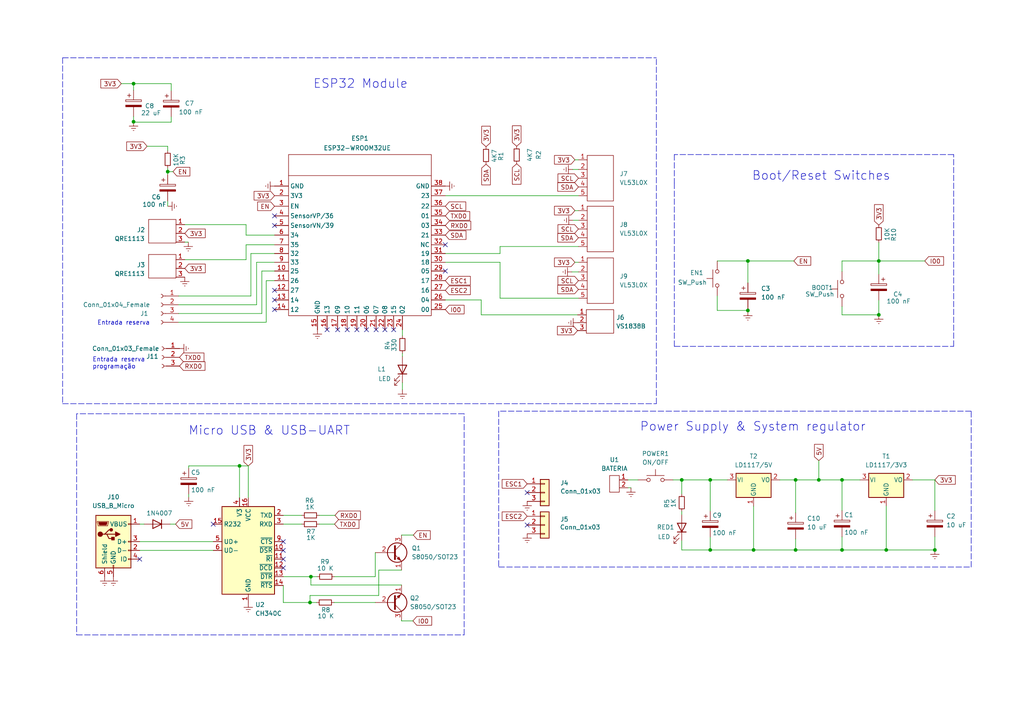
<source format=kicad_sch>
(kicad_sch (version 20211123) (generator eeschema)
  (paper "A4")
  (lib_symbols
    (symbol "BATERIA_1"
      (property "Reference" "U" (at -3.7084 4.4704 0))
      (property "Value" "BATERIA_1" (at -3.8608 2.6924 0))
      (symbol "BATERIA_1_0_1"
        (rectangle (start -5.3086 1.524) (end -2.4892 -3.302))
      )
      (symbol "BATERIA_1_1_1"
        (pin output line (at 0 0.254 180) (length 2.5) (name "") (number "1"))
        (pin output line (at 0 -2.032 180) (length 2.5) (name "") (number "2"))
      )
    )
    (symbol "Connector:Conn_01x03_Female" (pin_names (offset 1.016) hide)
      (property "Reference" "J" (at 0 5.08 0))
      (property "Value" "Conn_01x03_Female" (at 0 -5.08 0))
      (symbol "Conn_01x03_Female_1_1"
        (arc (start 0 -2.032) (mid -0.508 -2.54) (end 0 -3.048) (stroke (width 0.1524)))
        (polyline (pts (xy -1.27 -2.54) (xy -0.508 -2.54)) (stroke (width 0.1524)))
        (polyline (pts (xy -1.27 0) (xy -0.508 0)) (stroke (width 0.1524)))
        (polyline (pts (xy -1.27 2.54) (xy -0.508 2.54)) (stroke (width 0.1524)))
        (arc (start 0 0.508) (mid -0.508 0) (end 0 -0.508) (stroke (width 0.1524)))
        (arc (start 0 3.048) (mid -0.508 2.54) (end 0 2.032) (stroke (width 0.1524)))
        (pin passive line (at -5.08 2.54 0) (length 3.81) (name "Pin_1") (number "1"))
        (pin passive line (at -5.08 0 0) (length 3.81) (name "Pin_2") (number "2"))
        (pin passive line (at -5.08 -2.54 0) (length 3.81) (name "Pin_3") (number "3"))
      )
    )
    (symbol "Connector:Conn_01x04_Female" (pin_names (offset 1.016) hide)
      (property "Reference" "J" (at 0 5.08 0))
      (property "Value" "Conn_01x04_Female" (at 0 -7.62 0))
      (symbol "Conn_01x04_Female_1_1"
        (arc (start 0 -4.572) (mid -0.508 -5.08) (end 0 -5.588) (stroke (width 0.1524)))
        (arc (start 0 -2.032) (mid -0.508 -2.54) (end 0 -3.048) (stroke (width 0.1524)))
        (polyline (pts (xy -1.27 -5.08) (xy -0.508 -5.08)) (stroke (width 0.1524)))
        (polyline (pts (xy -1.27 -2.54) (xy -0.508 -2.54)) (stroke (width 0.1524)))
        (polyline (pts (xy -1.27 0) (xy -0.508 0)) (stroke (width 0.1524)))
        (polyline (pts (xy -1.27 2.54) (xy -0.508 2.54)) (stroke (width 0.1524)))
        (arc (start 0 0.508) (mid -0.508 0) (end 0 -0.508) (stroke (width 0.1524)))
        (arc (start 0 3.048) (mid -0.508 2.54) (end 0 2.032) (stroke (width 0.1524)))
        (pin passive line (at -5.08 2.54 0) (length 3.81) (name "Pin_1") (number "1"))
        (pin passive line (at -5.08 0 0) (length 3.81) (name "Pin_2") (number "2"))
        (pin passive line (at -5.08 -2.54 0) (length 3.81) (name "Pin_3") (number "3"))
        (pin passive line (at -5.08 -5.08 0) (length 3.81) (name "Pin_4") (number "4"))
      )
    )
    (symbol "Connector:USB_B_Micro" (pin_names (offset 1.016))
      (property "Reference" "J" (at -5.08 11.43 0))
      (property "Value" "USB_B_Micro" (at -5.08 8.89 0))
      (symbol "USB_B_Micro_0_1"
        (rectangle (start -5.08 -7.62) (end 5.08 7.62) (stroke (width 0.254)) (fill (type background)))
        (circle (center -3.81 2.159) (radius 0.635) (stroke (width 0.254)) (fill (type outline)))
        (circle (center -0.635 3.429) (radius 0.381) (stroke (width 0.254)) (fill (type outline)))
        (rectangle (start -0.127 -7.62) (end 0.127 -6.858))
        (polyline (pts (xy -1.905 2.159) (xy 0.635 2.159)) (stroke (width 0.254)))
        (polyline (pts (xy -3.175 2.159) (xy -2.54 2.159) (xy -1.27 3.429) (xy -0.635 3.429)) (stroke (width 0.254)))
        (polyline (pts (xy -2.54 2.159) (xy -1.905 2.159) (xy -1.27 0.889) (xy 0 0.889)) (stroke (width 0.254)))
        (polyline (pts (xy 0.635 2.794) (xy 0.635 1.524) (xy 1.905 2.159) (xy 0.635 2.794)) (stroke (width 0.254)) (fill (type outline)))
        (polyline (pts (xy -4.318 5.588) (xy -1.778 5.588) (xy -2.032 4.826) (xy -4.064 4.826) (xy -4.318 5.588)) (fill (type outline)))
        (polyline (pts (xy -4.699 5.842) (xy -4.699 5.588) (xy -4.445 4.826) (xy -4.445 4.572) (xy -1.651 4.572) (xy -1.651 4.826) (xy -1.397 5.588) (xy -1.397 5.842) (xy -4.699 5.842)))
        (rectangle (start 0.254 1.27) (end -0.508 0.508) (stroke (width 0.254)) (fill (type outline)))
        (rectangle (start 5.08 -5.207) (end 4.318 -4.953))
        (rectangle (start 5.08 -2.667) (end 4.318 -2.413))
        (rectangle (start 5.08 -0.127) (end 4.318 0.127))
        (rectangle (start 5.08 4.953) (end 4.318 5.207))
      )
      (symbol "USB_B_Micro_1_1"
        (pin power_out line (at 7.62 5.08 180) (length 2.54) (name "VBUS") (number "1"))
        (pin bidirectional line (at 7.62 -2.54 180) (length 2.54) (name "D-") (number "2"))
        (pin bidirectional line (at 7.62 0 180) (length 2.54) (name "D+") (number "3"))
        (pin passive line (at 7.62 -5.08 180) (length 2.54) (name "ID") (number "4"))
        (pin power_out line (at 0 -10.16 90) (length 2.54) (name "GND") (number "5"))
        (pin passive line (at -2.54 -10.16 90) (length 2.54) (name "Shield") (number "6"))
      )
    )
    (symbol "Connector_Generic:Conn_01x03" (pin_names (offset 1.016) hide)
      (property "Reference" "J" (at 0 5.08 0))
      (property "Value" "Conn_01x03" (at 0 -5.08 0))
      (symbol "Conn_01x03_1_1"
        (rectangle (start -1.27 -2.413) (end 0 -2.667) (stroke (width 0.1524)))
        (rectangle (start -1.27 0.127) (end 0 -0.127) (stroke (width 0.1524)))
        (rectangle (start -1.27 2.667) (end 0 2.413) (stroke (width 0.1524)))
        (rectangle (start -1.27 3.81) (end 1.27 -3.81) (stroke (width 0.254)) (fill (type background)))
        (pin passive line (at -5.08 2.54 0) (length 3.81) (name "Pin_1") (number "1"))
        (pin passive line (at -5.08 0 0) (length 3.81) (name "Pin_2") (number "2"))
        (pin passive line (at -5.08 -2.54 0) (length 3.81) (name "Pin_3") (number "3"))
      )
    )
    (symbol "Device:C_Polarized" (pin_numbers hide) (pin_names (offset 0.254))
      (property "Reference" "C" (at 0.635 2.54 0))
      (property "Value" "C_Polarized" (at 0.635 -2.54 0))
      (symbol "C_Polarized_0_1"
        (rectangle (start -2.286 0.508) (end 2.286 1.016))
        (polyline (pts (xy -1.778 2.286) (xy -0.762 2.286)))
        (polyline (pts (xy -1.27 2.794) (xy -1.27 1.778)))
        (rectangle (start 2.286 -0.508) (end -2.286 -1.016) (fill (type outline)))
      )
      (symbol "C_Polarized_1_1"
        (pin passive line (at 0 3.81 270) (length 2.794) (name "~") (number "1"))
        (pin passive line (at 0 -3.81 90) (length 2.794) (name "~") (number "2"))
      )
    )
    (symbol "Device:LED" (pin_numbers hide) (pin_names (offset 1.016) hide)
      (property "Reference" "D" (at 0 2.54 0))
      (property "Value" "LED" (at 0 -2.54 0))
      (symbol "LED_0_1"
        (polyline (pts (xy -1.27 -1.27) (xy -1.27 1.27)) (stroke (width 0.254)))
        (polyline (pts (xy -1.27 0) (xy 1.27 0)))
        (polyline (pts (xy 1.27 -1.27) (xy 1.27 1.27) (xy -1.27 0) (xy 1.27 -1.27)) (stroke (width 0.254)))
        (polyline (pts (xy -3.048 -0.762) (xy -4.572 -2.286) (xy -3.81 -2.286) (xy -4.572 -2.286) (xy -4.572 -1.524)))
        (polyline (pts (xy -1.778 -0.762) (xy -3.302 -2.286) (xy -2.54 -2.286) (xy -3.302 -2.286) (xy -3.302 -1.524)))
      )
      (symbol "LED_1_1"
        (pin passive line (at -3.81 0 0) (length 2.54) (name "K") (number "1"))
        (pin passive line (at 3.81 0 180) (length 2.54) (name "A") (number "2"))
      )
    )
    (symbol "Device:R_Small" (pin_numbers hide) (pin_names (offset 0.254) hide)
      (property "Reference" "R" (at 0.762 0.508 0))
      (property "Value" "R_Small" (at 0.762 -1.016 0))
      (symbol "R_Small_0_1"
        (rectangle (start -0.762 1.778) (end 0.762 -1.778) (stroke (width 0.2032)))
      )
      (symbol "R_Small_1_1"
        (pin passive line (at 0 2.54 270) (length 0.762) (name "~") (number "1"))
        (pin passive line (at 0 -2.54 90) (length 0.762) (name "~") (number "2"))
      )
    )
    (symbol "Diode:1N4007" (pin_numbers hide) (pin_names (offset 1.016) hide)
      (property "Reference" "D" (at 0 2.54 0))
      (property "Value" "1N4007" (at 0 -2.54 0))
      (symbol "1N4007_0_1"
        (polyline (pts (xy -1.27 1.27) (xy -1.27 -1.27)) (stroke (width 0.254)))
        (polyline (pts (xy 1.27 0) (xy -1.27 0)))
        (polyline (pts (xy 1.27 1.27) (xy 1.27 -1.27) (xy -1.27 0) (xy 1.27 1.27)) (stroke (width 0.254)))
      )
      (symbol "1N4007_1_1"
        (pin passive line (at -3.81 0 0) (length 2.54) (name "K") (number "1"))
        (pin passive line (at 3.81 0 180) (length 2.54) (name "A") (number "2"))
      )
    )
    (symbol "Interface_USB:CH340C"
      (property "Reference" "U" (at -5.08 13.97 0))
      (property "Value" "CH340C" (at 1.27 13.97 0))
      (symbol "CH340C_0_1"
        (rectangle (start -7.62 12.7) (end 7.62 -12.7) (stroke (width 0.254)) (fill (type background)))
      )
      (symbol "CH340C_1_1"
        (pin power_in line (at 0 -15.24 90) (length 2.54) (name "GND") (number "1"))
        (pin input line (at 10.16 0 180) (length 2.54) (name "~{DSR}") (number "10"))
        (pin input line (at 10.16 -2.54 180) (length 2.54) (name "~{RI}") (number "11"))
        (pin input line (at 10.16 -5.08 180) (length 2.54) (name "~{DCD}") (number "12"))
        (pin output line (at 10.16 -7.62 180) (length 2.54) (name "~{DTR}") (number "13"))
        (pin output line (at 10.16 -10.16 180) (length 2.54) (name "~{RTS}") (number "14"))
        (pin input line (at -10.16 7.62 0) (length 2.54) (name "R232") (number "15"))
        (pin power_in line (at 0 15.24 270) (length 2.54) (name "VCC") (number "16"))
        (pin output line (at 10.16 10.16 180) (length 2.54) (name "TXD") (number "2"))
        (pin input line (at 10.16 7.62 180) (length 2.54) (name "RXD") (number "3"))
        (pin passive line (at -2.54 15.24 270) (length 2.54) (name "V3") (number "4"))
        (pin bidirectional line (at -10.16 2.54 0) (length 2.54) (name "UD+") (number "5"))
        (pin bidirectional line (at -10.16 0 0) (length 2.54) (name "UD-") (number "6"))
        (pin no_connect line (at -7.62 -7.62 0) (length 2.54) hide (name "NC") (number "7"))
        (pin no_connect line (at -7.62 -10.16 0) (length 2.54) hide (name "NC") (number "8"))
        (pin input line (at 10.16 2.54 180) (length 2.54) (name "~{CTS}") (number "9"))
      )
    )
    (symbol "New_Library:VL53L0X"
      (property "Reference" "J" (at -0.127 2.032 0))
      (property "Value" "VL53L0X" (at -0.0254 0.1524 0))
      (symbol "VL53L0X_0_1"
        (rectangle (start -3.81 -1.016) (end 3.81 -14.224))
      )
      (symbol "VL53L0X_1_1"
        (pin output line (at -6.35 -2.286 0) (length 2.54) (name "") (number "1"))
        (pin output line (at -6.35 -5.08 0) (length 2.54) (name "") (number "2"))
        (pin output line (at -6.35 -7.62 0) (length 2.54) (name "") (number "3"))
        (pin output line (at -6.35 -10.16 0) (length 2.54) (name "") (number "4"))
        (pin output line (at -6.35 -12.7 0) (length 2.54) (name "") (number "5"))
      )
    )
    (symbol "QRE1113*_1"
      (property "Reference" "J" (at 6.1722 6.7818 0))
      (property "Value" "QRE1113*_1" (at 6.35 4.8514 0))
      (symbol "QRE1113*_1_0_1"
        (rectangle (start 2.54 3.7846) (end 10.4902 -3.048))
      )
      (symbol "QRE1113*_1_1_1"
        (pin output line (at 0 2.286 0) (length 2.54) (name "") (number "1"))
        (pin output line (at 0 -0.254 0) (length 2.54) (name "") (number "2"))
        (pin output line (at 0 -2.794 0) (length 2.54) (name "") (number "3"))
      )
    )
    (symbol "Regulator_Linear:LD1117S33TR_SOT223" (pin_names (offset 0.254))
      (property "Reference" "U" (at -3.81 3.175 0))
      (property "Value" "LD1117S33TR_SOT223" (at 0 3.175 0))
      (symbol "LD1117S33TR_SOT223_0_1"
        (rectangle (start -5.08 -5.08) (end 5.08 1.905) (stroke (width 0.254)) (fill (type background)))
      )
      (symbol "LD1117S33TR_SOT223_1_1"
        (pin power_in line (at 0 -7.62 90) (length 2.54) (name "GND") (number "1"))
        (pin power_out line (at 7.62 0 180) (length 2.54) (name "VO") (number "2"))
        (pin power_in line (at -7.62 0 0) (length 2.54) (name "VI") (number "3"))
      )
    )
    (symbol "Regulator_Linear:LD1117S50TR_SOT223" (pin_names (offset 0.254))
      (property "Reference" "U" (at -3.81 3.175 0))
      (property "Value" "LD1117S50TR_SOT223" (at 0 3.175 0))
      (symbol "LD1117S50TR_SOT223_0_1"
        (rectangle (start -5.08 -5.08) (end 5.08 1.905) (stroke (width 0.254)) (fill (type background)))
      )
      (symbol "LD1117S50TR_SOT223_1_1"
        (pin power_in line (at 0 -7.62 90) (length 2.54) (name "GND") (number "1"))
        (pin power_out line (at 7.62 0 180) (length 2.54) (name "VO") (number "2"))
        (pin power_in line (at -7.62 0 0) (length 2.54) (name "VI") (number "3"))
      )
    )
    (symbol "Switch:SW_Push" (pin_numbers hide) (pin_names (offset 1.016) hide)
      (property "Reference" "SW" (at 1.27 2.54 0))
      (property "Value" "SW_Push" (at 0 -1.524 0))
      (symbol "SW_Push_0_1"
        (circle (center -2.032 0) (radius 0.508))
        (polyline (pts (xy 0 1.27) (xy 0 3.048)))
        (polyline (pts (xy 2.54 1.27) (xy -2.54 1.27)))
        (circle (center 2.032 0) (radius 0.508))
        (pin passive line (at -5.08 0 0) (length 2.54) (name "1") (number "1"))
        (pin passive line (at 5.08 0 180) (length 2.54) (name "2") (number "2"))
      )
    )
    (symbol "Transistor_BJT:S8050" (pin_names (offset 0) hide)
      (property "Reference" "Q" (at 5.08 1.905 0))
      (property "Value" "S8050" (at 5.08 0 0))
      (symbol "S8050_0_1"
        (polyline (pts (xy 0 0) (xy 0.635 0)))
        (polyline (pts (xy 0.635 0.635) (xy 2.54 2.54)))
        (polyline (pts (xy 0.635 -0.635) (xy 2.54 -2.54) (xy 2.54 -2.54)))
        (polyline (pts (xy 0.635 1.905) (xy 0.635 -1.905) (xy 0.635 -1.905)) (stroke (width 0.508)))
        (polyline (pts (xy 1.27 -1.778) (xy 1.778 -1.27) (xy 2.286 -2.286) (xy 1.27 -1.778) (xy 1.27 -1.778)) (fill (type outline)))
        (circle (center 1.27 0) (radius 2.8194) (stroke (width 0.254)))
      )
      (symbol "S8050_1_1"
        (pin passive line (at 2.54 -5.08 90) (length 2.54) (name "E") (number "1"))
        (pin input line (at -5.08 0 0) (length 5.08) (name "B") (number "2"))
        (pin passive line (at 2.54 5.08 270) (length 2.54) (name "C") (number "3"))
      )
    )
    (symbol "VS1838B_1"
      (property "Reference" "J" (at 6.1722 6.7818 0))
      (property "Value" "VS1838B_1" (at 6.35 4.8514 0))
      (symbol "VS1838B_1_0_1"
        (rectangle (start 2.54 3.7846) (end 10.4902 -3.048))
      )
      (symbol "VS1838B_1_1_1"
        (pin output line (at 0 2.286 0) (length 2.54) (name "") (number "1"))
        (pin output line (at 0 0 0) (length 2.54) (name "") (number "2"))
        (pin output line (at 0 -2.286 0) (length 2.54) (name "") (number "3"))
      )
    )
    (symbol "espSMD:ESP32-WROOM­32UE"
      (property "Reference" "ESP1" (at 0.635 1.651 0))
      (property "Value" "ESP32-WROOM­32UE" (at -0.127 -1.143 0))
      (symbol "ESP32-WROOM­32UE_0_0"
        (text "" (at -12.7 -13.208 0) (effects (font (size 1.27 1.27))))
      )
      (symbol "ESP32-WROOM­32UE_0_1"
        (rectangle (start -20.066 -3.048) (end 21.336 -49.784))
        (polyline (pts (xy -20.066 -9.144) (xy 21.336 -9.144)))
      )
      (symbol "ESP32-WROOM­32UE_1_1"
        (pin output line (at -24.13 -12.192 0) (length 4) (name "GND") (number "1"))
        (pin output line (at -24.13 -36.83 0) (length 4) (name "25") (number "10"))
        (pin output line (at -24.13 -39.624 0) (length 4) (name "26") (number "11"))
        (pin output line (at -24.13 -42.418 0) (length 4) (name "27") (number "12"))
        (pin output line (at -24.13 -45.212 0) (length 4) (name "14") (number "13"))
        (pin output line (at -24.13 -48.006 0) (length 4) (name "12") (number "14"))
        (pin output line (at -11.684 -53.848 90) (length 4) (name "GND") (number "15"))
        (pin output line (at -8.89 -53.848 90) (length 4) (name "13") (number "16"))
        (pin output line (at -5.842 -53.848 90) (length 4) (name "09") (number "17"))
        (pin output line (at -3.048 -53.848 90) (length 4) (name "10") (number "18"))
        (pin output line (at -0.254 -53.848 90) (length 4) (name "11") (number "19"))
        (pin output line (at -24.13 -14.986 0) (length 4) (name "3V3") (number "2"))
        (pin output line (at 2.54 -53.848 90) (length 4) (name "06") (number "20"))
        (pin output line (at 5.334 -53.848 90) (length 4) (name "07") (number "21"))
        (pin output line (at 7.874 -53.848 90) (length 4) (name "08") (number "22"))
        (pin output line (at 10.414 -53.848 90) (length 4) (name "15") (number "23"))
        (pin output line (at 12.954 -53.848 90) (length 4) (name "02") (number "24"))
        (pin output line (at 25.4 -48.006 180) (length 4) (name "00") (number "25"))
        (pin output line (at 25.4 -45.212 180) (length 4) (name "04") (number "26"))
        (pin output line (at 25.4 -42.418 180) (length 4) (name "16") (number "27"))
        (pin output line (at 25.4 -39.624 180) (length 4) (name "17") (number "28"))
        (pin output line (at 25.4 -36.83 180) (length 4) (name "05") (number "29"))
        (pin output line (at -24.13 -18.034 0) (length 4) (name "EN") (number "3"))
        (pin output line (at 25.4 -34.29 180) (length 4) (name "18") (number "30"))
        (pin output line (at 25.4 -31.75 180) (length 4) (name "19") (number "31"))
        (pin output line (at 25.4 -29.21 180) (length 4) (name "NC") (number "32"))
        (pin output line (at 25.4 -26.416 180) (length 4) (name "21") (number "33"))
        (pin output line (at 25.4 -23.622 180) (length 4) (name "03") (number "34"))
        (pin output line (at 25.4 -20.828 180) (length 4) (name "01") (number "35"))
        (pin output line (at 25.4 -18.034 180) (length 4) (name "22") (number "36"))
        (pin output line (at 25.4 -14.986 180) (length 4) (name "23") (number "37"))
        (pin output line (at 25.4 -12.192 180) (length 4) (name "GND") (number "38"))
        (pin output line (at -24.13 -20.828 0) (length 4) (name "SensorVP/36") (number "4"))
        (pin output line (at -24.13 -23.622 0) (length 4) (name "SensorVN/39") (number "5"))
        (pin output line (at -24.13 -26.416 0) (length 4) (name "34") (number "6"))
        (pin output line (at -24.13 -29.21 0) (length 4) (name "35") (number "7"))
        (pin output line (at -24.13 -31.75 0) (length 4) (name "32") (number "8"))
        (pin output line (at -24.13 -34.29 0) (length 4) (name "33") (number "9"))
      )
    )
    (symbol "power:GNDREF" (power) (pin_names (offset 0))
      (property "Value" "GNDREF" (at 0 -3.81 0))
      (symbol "GNDREF_0_1"
        (polyline (pts (xy -0.635 -1.905) (xy 0.635 -1.905)))
        (polyline (pts (xy -0.127 -2.54) (xy 0.127 -2.54)))
        (polyline (pts (xy 0 -1.27) (xy 0 0)))
        (polyline (pts (xy 1.27 -1.27) (xy -1.27 -1.27)))
      )
      (symbol "GNDREF_1_1"
        (pin power_in line (at 0 0 270) (length 0) hide (name "GNDREF") (number "1"))
      )
    )
  )
  (junction (at 244.221 139.192))
  (junction (at 237.49 139.192))
  (junction (at 197.739 139.192))
  (junction (at 90.17 167.259))
  (junction (at 218.567 159.512))
  (junction (at 216.916 90.043))
  (junction (at 230.759 159.512))
  (junction (at 254.889 75.692))
  (junction (at 69.469 135.128))
  (junction (at 205.994 139.192))
  (junction (at 38.735 35.306))
  (junction (at 254.889 91.313))
  (junction (at 205.994 159.512))
  (junction (at 271.145 159.512))
  (junction (at 38.735 24.257))
  (junction (at 230.759 139.192))
  (junction (at 244.221 159.512))
  (junction (at 48.641 49.784))
  (junction (at 216.916 75.692))
  (junction (at 257.048 159.512))
  (junction (at 89.916 174.752))
  (no_connect (at 129.159 70.993))
  (no_connect (at 79.629 89.789))
  (no_connect (at 79.629 86.995))
  (no_connect (at 79.629 84.201))
  (no_connect (at 79.629 65.405))
  (no_connect (at 79.629 62.611))
  (no_connect (at 129.159 78.613))
  (no_connect (at 106.299 95.631))
  (no_connect (at 109.093 95.631))
  (no_connect (at 111.633 95.631))
  (no_connect (at 114.173 95.631))
  (no_connect (at 94.869 95.631))
  (no_connect (at 97.917 95.631))
  (no_connect (at 103.505 95.631))
  (no_connect (at 100.711 95.631))
  (no_connect (at 82.169 157.099))
  (no_connect (at 82.169 159.639))
  (no_connect (at 82.169 162.179))
  (no_connect (at 82.169 164.719))
  (no_connect (at 40.513 162.179))
  (no_connect (at 152.908 152.273))
  (no_connect (at 152.908 142.875))
  (no_connect (at 61.849 152.019))
  (wire (pts (xy 254.889 87.122) (xy 254.889 91.313)))
  (wire (pts (xy 254.889 75.692) (xy 254.889 79.502)))
  (wire (pts (xy 108.839 167.259) (xy 97.028 167.259)))
  (wire (pts (xy 54.737 135.128) (xy 54.737 135.763)))
  (wire (pts (xy 50.927 152.019) (xy 49.403 152.019)))
  (wire (pts (xy 197.739 159.512) (xy 205.994 159.512)))
  (wire (pts (xy 208.026 85.852) (xy 208.026 90.043)))
  (wire (pts (xy 82.169 167.259) (xy 90.17 167.259)))
  (wire (pts (xy 257.048 146.812) (xy 257.048 159.512)))
  (wire (pts (xy 74.422 76.073) (xy 79.629 76.073)))
  (wire (pts (xy 82.169 174.752) (xy 82.169 169.799)))
  (wire (pts (xy 254.889 75.692) (xy 244.221 75.692)))
  (wire (pts (xy 129.159 73.533) (xy 145.034 73.533)))
  (wire (pts (xy 89.916 174.752) (xy 91.821 174.752)))
  (polyline (pts (xy 281.686 119.253) (xy 144.653 119.253)))
  (wire (pts (xy 205.994 139.192) (xy 210.947 139.192)))
  (wire (pts (xy 195.199 139.192) (xy 197.739 139.192)))
  (wire (pts (xy 71.374 68.199) (xy 71.374 65.151)))
  (wire (pts (xy 244.221 91.313) (xy 244.221 88.9)))
  (wire (pts (xy 48.641 49.784) (xy 50.165 49.784)))
  (wire (pts (xy 216.916 75.692) (xy 230.251 75.692)))
  (wire (pts (xy 145.034 86.487) (xy 145.034 76.073)))
  (wire (pts (xy 129.159 86.995) (xy 139.573 86.995)))
  (wire (pts (xy 108.839 160.274) (xy 108.839 167.259)))
  (wire (pts (xy 244.221 159.512) (xy 257.048 159.512)))
  (wire (pts (xy 226.187 139.192) (xy 230.759 139.192)))
  (polyline (pts (xy 276.606 100.457) (xy 276.606 44.831)))
  (wire (pts (xy 72.009 135.128) (xy 72.009 144.399)))
  (wire (pts (xy 244.221 139.192) (xy 249.428 139.192)))
  (wire (pts (xy 116.459 155.194) (xy 119.888 155.194)))
  (wire (pts (xy 166.751 61.087) (xy 167.767 61.087)))
  (wire (pts (xy 89.916 172.72) (xy 89.916 174.752)))
  (wire (pts (xy 205.994 155.829) (xy 205.994 159.512)))
  (wire (pts (xy 90.17 167.259) (xy 91.948 167.259)))
  (polyline (pts (xy 18.161 16.764) (xy 190.373 16.764)))
  (wire (pts (xy 116.459 180.086) (xy 119.761 180.086)))
  (wire (pts (xy 49.657 24.257) (xy 49.657 26.289)))
  (wire (pts (xy 90.17 169.672) (xy 90.17 167.259)))
  (wire (pts (xy 230.759 139.192) (xy 230.759 148.717)))
  (wire (pts (xy 271.145 139.192) (xy 271.145 148.082)))
  (wire (pts (xy 92.583 149.479) (xy 97.155 149.479)))
  (wire (pts (xy 48.641 42.418) (xy 48.641 43.688)))
  (wire (pts (xy 116.459 165.354) (xy 109.855 165.354)))
  (wire (pts (xy 75.946 90.932) (xy 75.946 78.613)))
  (wire (pts (xy 166.751 76.073) (xy 167.767 76.073)))
  (wire (pts (xy 264.668 139.192) (xy 271.145 139.192)))
  (wire (pts (xy 182.118 139.192) (xy 185.039 139.192)))
  (wire (pts (xy 166.116 49.149) (xy 167.767 49.149)))
  (wire (pts (xy 197.739 139.192) (xy 205.994 139.192)))
  (wire (pts (xy 41.783 152.019) (xy 40.513 152.019)))
  (wire (pts (xy 71.374 70.993) (xy 71.374 75.311)))
  (wire (pts (xy 71.374 65.151) (xy 53.594 65.151)))
  (wire (pts (xy 271.145 155.702) (xy 271.145 159.512)))
  (wire (pts (xy 116.459 169.672) (xy 90.17 169.672)))
  (wire (pts (xy 61.849 157.099) (xy 40.513 157.099)))
  (wire (pts (xy 74.422 88.392) (xy 74.422 76.073)))
  (polyline (pts (xy 190.373 117.094) (xy 190.373 16.764)))
  (wire (pts (xy 230.759 139.192) (xy 237.49 139.192)))
  (wire (pts (xy 218.567 146.812) (xy 218.567 159.512)))
  (wire (pts (xy 165.862 78.867) (xy 167.767 78.867)))
  (wire (pts (xy 139.573 91.313) (xy 167.513 91.313)))
  (wire (pts (xy 182.118 141.478) (xy 183.007 141.478)))
  (wire (pts (xy 38.735 35.306) (xy 38.735 35.433)))
  (polyline (pts (xy 195.58 100.457) (xy 276.606 100.457)))
  (wire (pts (xy 116.713 97.409) (xy 116.713 95.631)))
  (wire (pts (xy 92.583 152.019) (xy 97.028 152.019)))
  (wire (pts (xy 38.735 24.257) (xy 49.657 24.257)))
  (wire (pts (xy 116.713 110.998) (xy 116.713 113.03)))
  (polyline (pts (xy 281.686 164.465) (xy 281.686 119.253)))
  (wire (pts (xy 61.849 159.639) (xy 40.513 159.639)))
  (wire (pts (xy 230.759 159.512) (xy 244.221 159.512)))
  (polyline (pts (xy 195.58 44.831) (xy 195.58 53.086)))
  (wire (pts (xy 69.469 144.399) (xy 69.469 135.128)))
  (wire (pts (xy 254.889 70.358) (xy 254.889 75.692)))
  (wire (pts (xy 116.459 179.832) (xy 116.459 180.086)))
  (wire (pts (xy 129.159 56.769) (xy 167.767 56.769)))
  (wire (pts (xy 197.739 143.256) (xy 197.739 139.192)))
  (wire (pts (xy 167.767 86.487) (xy 145.034 86.487)))
  (polyline (pts (xy 22.225 120.015) (xy 22.225 122.174)))
  (wire (pts (xy 54.737 135.128) (xy 69.469 135.128)))
  (wire (pts (xy 77.216 93.472) (xy 77.216 81.407)))
  (wire (pts (xy 48.641 48.768) (xy 48.641 49.784)))
  (wire (pts (xy 257.048 159.512) (xy 271.145 159.512)))
  (wire (pts (xy 42.672 42.418) (xy 48.641 42.418)))
  (wire (pts (xy 109.855 165.354) (xy 109.855 172.72)))
  (wire (pts (xy 79.629 70.993) (xy 71.374 70.993)))
  (wire (pts (xy 82.169 174.752) (xy 89.916 174.752)))
  (wire (pts (xy 96.901 174.752) (xy 108.839 174.752)))
  (wire (pts (xy 166.751 46.355) (xy 167.767 46.355)))
  (wire (pts (xy 38.735 33.782) (xy 38.735 35.306)))
  (wire (pts (xy 48.641 59.817) (xy 48.641 58.293)))
  (polyline (pts (xy 22.225 184.15) (xy 134.62 184.15)))
  (polyline (pts (xy 144.653 164.465) (xy 281.686 164.465)))
  (wire (pts (xy 53.594 70.231) (xy 54.61 70.231)))
  (wire (pts (xy 254.889 75.692) (xy 268.224 75.692)))
  (wire (pts (xy 237.49 139.192) (xy 244.221 139.192)))
  (wire (pts (xy 244.221 159.512) (xy 244.221 155.702)))
  (polyline (pts (xy 195.58 53.086) (xy 195.58 100.457)))
  (wire (pts (xy 244.221 139.192) (xy 244.221 148.082)))
  (wire (pts (xy 72.771 73.533) (xy 79.629 73.533)))
  (wire (pts (xy 205.994 139.192) (xy 205.994 148.209)))
  (wire (pts (xy 79.629 68.199) (xy 71.374 68.199)))
  (wire (pts (xy 49.657 35.433) (xy 49.657 33.909)))
  (wire (pts (xy 244.221 75.692) (xy 244.221 78.74)))
  (polyline (pts (xy 144.653 125.984) (xy 144.653 164.465)))
  (polyline (pts (xy 134.62 184.15) (xy 134.62 120.015)))
  (wire (pts (xy 216.916 90.297) (xy 216.916 90.043)))
  (wire (pts (xy 35.179 24.257) (xy 38.735 24.257)))
  (wire (pts (xy 237.49 133.604) (xy 237.49 139.192)))
  (wire (pts (xy 75.946 78.613) (xy 79.629 78.613)))
  (wire (pts (xy 166.243 63.881) (xy 167.767 63.881)))
  (wire (pts (xy 197.739 148.336) (xy 197.739 149.225)))
  (polyline (pts (xy 276.606 44.831) (xy 195.58 44.831)))
  (wire (pts (xy 216.916 90.043) (xy 216.916 89.662)))
  (wire (pts (xy 51.816 88.392) (xy 74.422 88.392)))
  (wire (pts (xy 116.713 102.489) (xy 116.713 103.378)))
  (wire (pts (xy 72.771 85.852) (xy 72.771 73.533)))
  (wire (pts (xy 54.737 144.145) (xy 54.737 143.383)))
  (wire (pts (xy 51.816 90.932) (xy 75.946 90.932)))
  (wire (pts (xy 38.735 35.433) (xy 49.657 35.433)))
  (polyline (pts (xy 18.161 117.094) (xy 190.373 117.094)))
  (polyline (pts (xy 134.62 120.015) (xy 22.225 120.015)))
  (wire (pts (xy 69.469 135.128) (xy 72.009 135.128)))
  (polyline (pts (xy 18.161 16.764) (xy 18.161 117.094)))
  (wire (pts (xy 51.816 93.472) (xy 77.216 93.472)))
  (wire (pts (xy 208.026 90.043) (xy 216.916 90.043)))
  (wire (pts (xy 254.889 91.313) (xy 244.221 91.313)))
  (wire (pts (xy 82.169 152.019) (xy 87.503 152.019)))
  (wire (pts (xy 216.916 75.692) (xy 216.916 82.042)))
  (polyline (pts (xy 144.653 119.253) (xy 144.653 126.238)))
  (wire (pts (xy 145.034 71.501) (xy 145.034 73.533)))
  (wire (pts (xy 139.573 86.995) (xy 139.573 91.313)))
  (wire (pts (xy 145.034 71.501) (xy 167.767 71.501)))
  (wire (pts (xy 77.216 81.407) (xy 79.629 81.407)))
  (wire (pts (xy 53.594 75.311) (xy 71.374 75.311)))
  (wire (pts (xy 82.169 149.479) (xy 87.503 149.479)))
  (wire (pts (xy 51.816 85.852) (xy 72.771 85.852)))
  (polyline (pts (xy 22.225 122.174) (xy 22.225 184.15)))
  (wire (pts (xy 218.567 159.512) (xy 230.759 159.512)))
  (wire (pts (xy 197.739 156.845) (xy 197.739 159.512)))
  (wire (pts (xy 109.855 172.72) (xy 89.916 172.72)))
  (wire (pts (xy 230.759 156.337) (xy 230.759 159.512)))
  (wire (pts (xy 205.994 159.512) (xy 218.567 159.512)))
  (wire (pts (xy 145.034 76.073) (xy 129.159 76.073)))
  (wire (pts (xy 208.026 75.692) (xy 216.916 75.692)))
  (wire (pts (xy 48.641 49.784) (xy 48.641 50.673)))
  (wire (pts (xy 38.735 24.257) (xy 38.735 26.162)))
  (text "Entrada reserva" (at 28.194 94.488 0) (effects (font (size 1.27 1.27)) (justify left bottom)))
  (text "Micro USB & USB-UART\n" (at 54.61 126.492 0) (effects (font (size 2.54 2.54)) (justify left bottom)))
  (text "Boot/Reset Switches" (at 218.059 52.578 0) (effects (font (size 2.54 2.54)) (justify left bottom)))
  (text "Entrada reserva \nprogramação" (at 26.797 107.188 0) (effects (font (size 1.27 1.27)) (justify left bottom)))
  (text "ESP32 Module\n" (at 90.805 25.908 0) (effects (font (size 2.54 2.54)) (justify left bottom)))
  (text "Power Supply & System regulator\n" (at 185.547 125.349 0) (effects (font (size 2.54 2.54)) (justify left bottom)))
  (global_label "SDA" (shape input) (at 129.159 68.199 0) (property "Intersheet References" "${INTERSHEET_REFS}" (effects hide)))
  (global_label "I00" (shape input) (at 268.224 75.692 0) (property "Intersheet References" "${INTERSHEET_REFS}" (effects hide)))
  (global_label "3V3" (shape input) (at 53.594 67.691 0) (property "Intersheet References" "${INTERSHEET_REFS}" (effects hide)))
  (global_label "SCL" (shape input) (at 167.767 51.689 180) (property "Intersheet References" "${INTERSHEET_REFS}" (effects hide)))
  (global_label "ESC1" (shape input) (at 152.908 140.335 180) (property "Intersheet References" "${INTERSHEET_REFS}" (effects hide)))
  (global_label "3V3" (shape input) (at 35.179 24.257 180) (property "Intersheet References" "${INTERSHEET_REFS}" (effects hide)))
  (global_label "I00" (shape input) (at 119.761 180.086 0) (property "Intersheet References" "${INTERSHEET_REFS}" (effects hide)))
  (global_label "EN" (shape input) (at 79.629 59.817 180) (property "Intersheet References" "${INTERSHEET_REFS}" (effects hide)))
  (global_label "ESC1" (shape input) (at 129.159 81.407 0) (property "Intersheet References" "${INTERSHEET_REFS}" (effects hide)))
  (global_label "3V3" (shape input) (at 271.145 139.192 0) (property "Intersheet References" "${INTERSHEET_REFS}" (effects hide)))
  (global_label "3V3" (shape input) (at 149.86 42.418 90) (property "Intersheet References" "${INTERSHEET_REFS}" (effects hide)))
  (global_label "5V" (shape input) (at 50.927 152.019 0) (property "Intersheet References" "${INTERSHEET_REFS}" (effects hide)))
  (global_label "3V3" (shape input) (at 42.672 42.418 180) (property "Intersheet References" "${INTERSHEET_REFS}" (effects hide)))
  (global_label "RXD0" (shape input) (at 52.07 106.172 0) (property "Intersheet References" "${INTERSHEET_REFS}" (effects hide)))
  (global_label "SDA" (shape input) (at 167.767 68.961 180) (property "Intersheet References" "${INTERSHEET_REFS}" (effects hide)))
  (global_label "TXD0" (shape input) (at 52.07 103.632 0) (property "Intersheet References" "${INTERSHEET_REFS}" (effects hide)))
  (global_label "3V3" (shape input) (at 72.009 135.128 90) (property "Intersheet References" "${INTERSHEET_REFS}" (effects hide)))
  (global_label "3V3" (shape input) (at 254.889 65.278 90) (property "Intersheet References" "${INTERSHEET_REFS}" (effects hide)))
  (global_label "ESC2" (shape input) (at 129.159 84.201 0) (property "Intersheet References" "${INTERSHEET_REFS}" (effects hide)))
  (global_label "3V3" (shape input) (at 166.751 46.355 180) (property "Intersheet References" "${INTERSHEET_REFS}" (effects hide)))
  (global_label "I00" (shape input) (at 129.159 89.789 0) (property "Intersheet References" "${INTERSHEET_REFS}" (effects hide)))
  (global_label "SDA" (shape input) (at 140.97 47.625 270) (property "Intersheet References" "${INTERSHEET_REFS}" (effects hide)))
  (global_label "3V3" (shape input) (at 79.629 56.769 180) (property "Intersheet References" "${INTERSHEET_REFS}" (effects hide)))
  (global_label "3V3" (shape input) (at 140.97 42.545 90) (property "Intersheet References" "${INTERSHEET_REFS}" (effects hide)))
  (global_label "5V" (shape input) (at 237.49 133.604 90) (property "Intersheet References" "${INTERSHEET_REFS}" (effects hide)))
  (global_label "SCL" (shape input) (at 149.86 47.498 270) (property "Intersheet References" "${INTERSHEET_REFS}" (effects hide)))
  (global_label "RXD0" (shape input) (at 97.155 149.479 0) (property "Intersheet References" "${INTERSHEET_REFS}" (effects hide)))
  (global_label "3V3" (shape input) (at 167.513 95.885 180) (effects (font (size 1.25 1.25))) (property "Intersheet References" "${INTERSHEET_REFS}" (effects hide)))
  (global_label "RXD0" (shape input) (at 129.159 65.405 0) (property "Intersheet References" "${INTERSHEET_REFS}" (effects hide)))
  (global_label "TXD0" (shape input) (at 97.028 152.019 0) (property "Intersheet References" "${INTERSHEET_REFS}" (effects hide)))
  (global_label "SDA" (shape input) (at 167.767 83.947 180) (property "Intersheet References" "${INTERSHEET_REFS}" (effects hide)))
  (global_label "SDA" (shape input) (at 167.767 54.229 180) (property "Intersheet References" "${INTERSHEET_REFS}" (effects hide)))
  (global_label "EN" (shape input) (at 119.888 155.194 0) (property "Intersheet References" "${INTERSHEET_REFS}" (effects hide)))
  (global_label "3V3" (shape input) (at 166.751 76.073 180) (property "Intersheet References" "${INTERSHEET_REFS}" (effects hide)))
  (global_label "SCL" (shape input) (at 167.767 81.407 180) (property "Intersheet References" "${INTERSHEET_REFS}" (effects hide)))
  (global_label "3V3" (shape input) (at 166.751 61.087 180) (property "Intersheet References" "${INTERSHEET_REFS}" (effects hide)))
  (global_label "EN" (shape input) (at 50.165 49.784 0) (property "Intersheet References" "${INTERSHEET_REFS}" (effects hide)))
  (global_label "SCL" (shape input) (at 167.767 66.421 180) (property "Intersheet References" "${INTERSHEET_REFS}" (effects hide)))
  (global_label "EN" (shape input) (at 230.251 75.692 0) (property "Intersheet References" "${INTERSHEET_REFS}" (effects hide)))
  (global_label "TXD0" (shape input) (at 129.159 62.611 0) (property "Intersheet References" "${INTERSHEET_REFS}" (effects hide)))
  (global_label "ESC2" (shape input) (at 152.908 149.733 180) (property "Intersheet References" "${INTERSHEET_REFS}" (effects hide)))
  (global_label "SCL" (shape input) (at 129.159 59.817 0) (property "Intersheet References" "${INTERSHEET_REFS}" (effects hide)))
  (global_label "3V3" (shape input) (at 53.594 77.851 0) (property "Intersheet References" "${INTERSHEET_REFS}" (effects hide)))
  (symbol (lib_id "Device:C_Polarized") (at 38.735 29.972 0) (unit 1)
    (property "Reference" "C8" (at 42.037 30.734 0) (effects (justify left)))
    (property "Value" "22 uF" (at 40.894 32.766 0) (effects (justify left)))
    (property "Footprint" "Capacitor_SMD:C_0603_1608Metric" (effects hide))
  )
  (symbol (lib_id "Device:LED") (at 197.739 153.035 270) (mirror x) (unit 1)
    (property "Reference" "RED1" (at 190.5 152.908 90) (effects (justify left)))
    (property "Value" "LED" (at 190.754 155.702 90) (effects (justify left)))
    (property "Footprint" "LED_SMD:LED_0603_1608Metric" (effects hide))
  )
  (symbol (lib_name "VS1838B_1") (lib_id "New_Library:VS1838B") (at 167.513 93.599 0) (unit 1)
    (property "Reference" "J6" (at 179.959 92.075 0))
    (property "Value" "VS1838B" (at 183.007 94.615 0))
    (property "Footprint" "Connector_JST:JST_ZE_B03B-ZESK-1D_1x03_P1.50mm_Vertical" (effects hide))
  )
  (symbol (lib_id "Device:LED") (at 116.713 107.188 270) (mirror x) (unit 1)
    (property "Reference" "L1" (at 109.474 107.061 90) (effects (justify left)))
    (property "Value" "LED" (at 109.728 109.855 90) (effects (justify left)))
    (property "Footprint" "LED_SMD:LED_0603_1608Metric" (effects hide))
  )
  (symbol (lib_id "Device:C_Polarized") (at 49.657 30.099 0) (unit 1)
    (property "Reference" "C7" (at 53.594 29.972 0) (effects (justify left)))
    (property "Value" "100 nF" (at 51.816 32.512 0) (effects (justify left)))
    (property "Footprint" "Capacitor_SMD:C_0603_1608Metric" (effects hide))
  )
  (symbol (lib_id "power:GNDREF") (at 216.916 90.297 0) (unit 1)
    (property "Reference" "#PWR0117" (effects hide))
    (property "Value" "GNDREF" (effects hide))
  )
  (symbol (lib_id "Device:C_Polarized") (at 254.889 83.312 0) (mirror y) (unit 1)
    (property "Reference" "C4" (at 261.747 85.344 0) (effects (justify left)))
    (property "Value" "100 nF" (at 264.16 87.376 0) (effects (justify left)))
    (property "Footprint" "Capacitor_SMD:C_0603_1608Metric" (effects hide))
  )
  (symbol (lib_id "power:GNDREF") (at 92.075 95.631 0) (unit 1)
    (property "Reference" "#PWR0106" (effects hide))
    (property "Value" "GNDREF" (effects hide))
  )
  (symbol (lib_id "power:GNDREF") (at 129.159 53.975 90) (unit 1)
    (property "Reference" "#PWR0111" (effects hide))
    (property "Value" "GNDREF" (effects hide))
  )
  (symbol (lib_id "New_Library:VL53L0X") (at 174.117 44.069 0) (unit 1)
    (property "Reference" "J7" (at 179.705 50.4189 0) (effects (justify left)))
    (property "Value" "VL53L0X" (at 179.705 52.9589 0) (effects (justify left)))
    (property "Footprint" "Connector_JST:JST_PH_S5B-PH-K_1x05_P2.00mm_Horizontal" (effects hide))
  )
  (symbol (lib_id "power:GNDREF") (at 54.737 144.145 0) (unit 1)
    (property "Reference" "#PWR0102" (effects hide))
    (property "Value" "GNDREF" (effects hide))
  )
  (symbol (lib_id "power:GNDREF") (at 183.007 141.478 0) (unit 1)
    (property "Reference" "#PWR0123" (effects hide))
    (property "Value" "GNDREF" (effects hide))
  )
  (symbol (lib_id "power:GNDREF") (at 166.243 63.881 270) (unit 1)
    (property "Reference" "#PWR0112" (effects hide))
    (property "Value" "GNDREF" (effects hide))
  )
  (symbol (lib_id "Device:C_Polarized") (at 205.994 152.019 0) (unit 1)
    (property "Reference" "C9" (at 206.629 149.479 0) (effects (justify left)))
    (property "Value" "100 nF" (at 206.629 154.559 0) (effects (justify left)))
    (property "Footprint" "Capacitor_SMD:C_0603_1608Metric" (effects hide))
  )
  (symbol (lib_id "Device:R_Small") (at 197.739 145.796 0) (mirror y) (unit 1)
    (property "Reference" "R5" (at 193.421 146.05 90))
    (property "Value" "1K" (at 195.326 145.923 90))
    (property "Footprint" "Resistor_SMD:R_0603_1608Metric" (effects hide))
  )
  (symbol (lib_id "Device:R_Small") (at 116.713 99.949 0) (mirror y) (unit 1)
    (property "Reference" "R4" (at 112.395 100.203 90))
    (property "Value" "330" (at 114.3 100.076 90))
    (property "Footprint" "Resistor_SMD:R_0603_1608Metric" (effects hide))
  )
  (symbol (lib_id "Switch:SW_Push") (at 208.026 80.772 90) (mirror x) (unit 1)
    (property "Reference" "EN1" (at 200.152 79.121 90) (effects (justify right)))
    (property "Value" "SW_Push" (at 196.596 81.915 90) (effects (justify right)))
    (property "Footprint" "Button_Switch_SMD:SW_SPST_TL3305A" (effects hide))
  )
  (symbol (lib_id "power:GNDREF") (at 167.513 93.599 270) (unit 1)
    (property "Reference" "#PWR0103" (effects hide))
    (property "Value" "GNDREF" (effects hide))
  )
  (symbol (lib_id "Regulator_Linear:LD1117S50TR_SOT223") (at 218.567 139.192 0) (unit 1)
    (property "Reference" "T2" (at 218.567 132.334 0))
    (property "Value" "LD1117/5V" (at 218.567 134.874 0))
    (property "Footprint" "Package_TO_SOT_SMD:SOT-223-3_TabPin2" (effects hide))
    (property "Datasheet" "http://www.st.com/st-web-ui/static/active/en/resource/technical/document/datasheet/CD00000544.pdf" (effects hide))
  )
  (symbol (lib_id "Device:C_Polarized") (at 216.916 85.852 0) (unit 1)
    (property "Reference" "C3" (at 220.726 83.6929 0) (effects (justify left)))
    (property "Value" "100 nF" (at 220.726 86.2329 0) (effects (justify left)))
    (property "Footprint" "Capacitor_SMD:C_0603_1608Metric" (effects hide))
  )
  (symbol (lib_id "Connector_Generic:Conn_01x03") (at 157.988 152.273 0) (unit 1)
    (property "Reference" "J5" (at 163.703 150.622 0))
    (property "Value" "Conn_01x03" (at 168.275 152.908 0))
    (property "Footprint" "Connector_JST:JST_XH_B3B-XH-AM_1x03_P2.50mm_Vertical" (effects hide))
  )
  (symbol (lib_id "Device:R_Small") (at 48.641 46.228 0) (unit 1)
    (property "Reference" "R3" (at 52.959 46.482 90))
    (property "Value" "10K" (at 51.054 46.355 90))
    (property "Footprint" "Resistor_SMD:R_0603_1608Metric" (effects hide))
  )
  (symbol (lib_id "power:GNDREF") (at 38.735 35.306 0) (unit 1)
    (property "Reference" "#PWR0105" (effects hide))
    (property "Value" "GNDREF" (effects hide))
  )
  (symbol (lib_id "Device:R_Small") (at 149.86 44.958 0) (unit 1)
    (property "Reference" "R2" (at 156.21 44.958 90))
    (property "Value" "4K7" (at 153.67 44.958 90))
    (property "Footprint" "Resistor_SMD:R_0603_1608Metric" (effects hide))
  )
  (symbol (lib_id "power:GNDREF") (at 116.713 113.03 0) (unit 1)
    (property "Reference" "#PWR0116" (effects hide))
    (property "Value" "GNDREF" (effects hide))
  )
  (symbol (lib_id "Switch:SW_Push") (at 190.119 139.192 0) (unit 1)
    (property "Reference" "POWER1" (at 190.119 131.572 0))
    (property "Value" "ON/OFF" (at 190.119 134.112 0))
    (property "Footprint" "Button_Switch_THT:Nidec_Copal_SH-7010C" (effects hide))
  )
  (symbol (lib_id "Device:C_Polarized") (at 271.145 151.892 0) (unit 1)
    (property "Reference" "C2" (at 274.447 149.7329 0) (effects (justify left)))
    (property "Value" "10 uF" (at 274.447 152.2729 0) (effects (justify left)))
    (property "Footprint" "Capacitor_SMD:C_0603_1608Metric" (effects hide))
  )
  (symbol (lib_id "Device:C_Polarized") (at 230.759 152.527 0) (unit 1)
    (property "Reference" "C10" (at 234.061 150.3679 0) (effects (justify left)))
    (property "Value" "10 uF" (at 234.061 152.9079 0) (effects (justify left)))
    (property "Footprint" "Capacitor_SMD:C_0603_1608Metric" (effects hide))
  )
  (symbol (lib_id "Regulator_Linear:LD1117S33TR_SOT223") (at 257.048 139.192 0) (unit 1)
    (property "Reference" "T1" (at 257.048 132.334 0))
    (property "Value" "LD1117/3V3" (at 257.048 134.874 0))
    (property "Footprint" "Package_TO_SOT_SMD:SOT-223-3_TabPin2" (effects hide))
    (property "Datasheet" "http://www.st.com/st-web-ui/static/active/en/resource/technical/document/datasheet/CD00000544.pdf" (effects hide))
  )
  (symbol (lib_id "power:GNDREF") (at 54.61 70.231 0) (unit 1)
    (property "Reference" "#PWR0114" (effects hide))
    (property "Value" "GNDREF" (effects hide))
  )
  (symbol (lib_id "Connector:Conn_01x04_Female") (at 46.736 88.392 0) (mirror y) (unit 1)
    (property "Reference" "J1" (at 43.053 90.932 0) (effects (justify left)))
    (property "Value" "Conn_01x04_Female" (at 43.561 88.392 0) (effects (justify left)))
    (property "Footprint" "Connector_PinSocket_2.54mm:PinSocket_1x04_P2.54mm_Vertical" (effects hide))
  )
  (symbol (lib_id "Device:C_Polarized") (at 48.641 54.483 0) (unit 1)
    (property "Reference" "C6" (at 43.942 57.15 0) (effects (justify left)))
    (property "Value" "100 nF" (at 41.275 59.309 0) (effects (justify left)))
    (property "Footprint" "Capacitor_SMD:C_0603_1608Metric" (effects hide))
  )
  (symbol (lib_id "New_Library:VL53L0X") (at 174.117 58.801 0) (unit 1)
    (property "Reference" "J8" (at 179.705 65.1509 0) (effects (justify left)))
    (property "Value" "VL53L0X" (at 179.705 67.6909 0) (effects (justify left)))
    (property "Footprint" "Connector_JST:JST_PH_S5B-PH-K_1x05_P2.00mm_Horizontal" (effects hide))
  )
  (symbol (lib_id "Device:R_Small") (at 254.889 67.818 0) (unit 1)
    (property "Reference" "R10" (at 259.207 68.072 90))
    (property "Value" "10K" (at 257.302 67.945 90))
    (property "Footprint" "Resistor_SMD:R_0603_1608Metric" (effects hide))
  )
  (symbol (lib_id "Interface_USB:CH340C") (at 72.009 159.639 0) (unit 1)
    (property "Reference" "U2" (at 74.0284 175.387 0) (effects (justify left)))
    (property "Value" "CH340C" (at 74.0284 177.927 0) (effects (justify left)))
    (property "Footprint" "Package_SO:SOIC-16_3.9x9.9mm_P1.27mm" (effects hide))
    (property "Datasheet" "https://datasheet.lcsc.com/szlcsc/Jiangsu-Qin-Heng-CH340C_C84681.pdf" (effects hide))
  )
  (symbol (lib_id "Transistor_BJT:S8050") (at 113.919 174.752 0) (mirror x) (unit 1)
    (property "Reference" "Q2" (at 118.872 173.4819 0) (effects (justify left)))
    (property "Value" "S8050/SOT23" (at 118.872 176.0219 0) (effects (justify left)))
    (property "Footprint" "Package_TO_SOT_SMD:SOT-23" (effects hide))
    (property "Datasheet" "http://www.unisonic.com.tw/datasheet/S8050.pdf" (effects hide))
  )
  (symbol (lib_name "QRE1113*_1") (lib_id "New_Library:QRE1113*") (at 53.594 67.437 0) (mirror y) (unit 1)
    (property "Reference" "J2" (at 40.894 66.675 0))
    (property "Value" "QRE1113" (at 37.592 69.215 0))
    (property "Footprint" "Connector_JST:JST_PH_S3B-PH-K_1x03_P2.00mm_Horizontal" (effects hide))
  )
  (symbol (lib_id "Connector_Generic:Conn_01x03") (at 157.988 142.875 0) (unit 1)
    (property "Reference" "J4" (at 163.703 140.081 0))
    (property "Value" "Conn_01x03" (at 168.402 142.494 0))
    (property "Footprint" "Connector_JST:JST_XH_B3B-XH-AM_1x03_P2.50mm_Vertical" (effects hide))
  )
  (symbol (lib_id "Device:R_Small") (at 94.361 174.752 270) (mirror x) (unit 1)
    (property "Reference" "R8" (at 94.488 176.911 90))
    (property "Value" "10 K" (at 94.488 178.689 90))
    (property "Footprint" "Resistor_SMD:R_0603_1608Metric" (effects hide))
  )
  (symbol (lib_id "Device:R_Small") (at 140.97 45.085 0) (unit 1)
    (property "Reference" "R1" (at 145.288 45.339 90))
    (property "Value" "4K7" (at 143.383 45.212 90))
    (property "Footprint" "Resistor_SMD:R_0603_1608Metric" (effects hide))
  )
  (symbol (lib_id "power:GNDREF") (at 152.908 145.415 0) (mirror y) (unit 1)
    (property "Reference" "#PWR0108" (effects hide))
    (property "Value" "GNDREF" (effects hide))
  )
  (symbol (lib_id "Switch:SW_Push") (at 244.221 83.82 90) (mirror x) (unit 1)
    (property "Reference" "BOOT1" (at 235.331 83.439 90) (effects (justify right)))
    (property "Value" "SW_Push" (at 233.553 85.344 90) (effects (justify right)))
    (property "Footprint" "Button_Switch_SMD:SW_SPST_TL3305A" (effects hide))
  )
  (symbol (lib_id "Diode:1N4007") (at 45.593 152.019 180) (unit 1)
    (property "Reference" "D1" (effects hide))
    (property "Value" "1N4007" (at 42.418 148.844 0) (effects (justify right)))
    (property "Footprint" "Diode_SMD:D_SMA" (effects hide))
    (property "Datasheet" "http://www.vishay.com/docs/88503/1n4001.pdf" (effects hide))
  )
  (symbol (lib_id "Device:R_Small") (at 90.043 152.019 270) (mirror x) (unit 1)
    (property "Reference" "R7" (at 90.17 154.178 90))
    (property "Value" "1K" (at 90.17 155.956 90))
    (property "Footprint" "Resistor_SMD:R_0603_1608Metric" (effects hide))
  )
  (symbol (lib_id "power:GNDREF") (at 72.009 174.879 0) (unit 1)
    (property "Reference" "#PWR0118" (effects hide))
    (property "Value" "GNDREF" (effects hide))
  )
  (symbol (lib_id "espSMD:ESP32-WROOM­32UE") (at 103.759 41.783 0) (unit 1)
    (property "Reference" "ESP1" (at 104.394 40.132 0))
    (property "Value" "ESP32-WROOM­32UE" (at 103.632 42.926 0))
    (property "Footprint" "RF_Module:ESP32-WROOM-32" (effects hide))
  )
  (symbol (lib_id "power:GNDREF") (at 48.641 59.817 90) (unit 1)
    (property "Reference" "#PWR0107" (effects hide))
    (property "Value" "GNDREF" (effects hide))
  )
  (symbol (lib_id "power:GNDREF") (at 166.116 49.149 270) (unit 1)
    (property "Reference" "#PWR0113" (effects hide))
    (property "Value" "GNDREF" (effects hide))
  )
  (symbol (lib_id "power:GNDREF") (at 32.893 167.259 0) (unit 1)
    (property "Reference" "#PWR0119" (effects hide))
    (property "Value" "GNDREF" (effects hide))
  )
  (symbol (lib_id "Connector:Conn_01x03_Female") (at 46.99 103.632 0) (mirror y) (unit 1)
    (property "Reference" "J11" (at 44.196 103.378 0))
    (property "Value" "Conn_01x03_Female" (at 36.449 101.092 0))
    (property "Footprint" "Connector_PinSocket_2.54mm:PinSocket_1x03_P2.54mm_Vertical" (effects hide))
  )
  (symbol (lib_id "Transistor_BJT:S8050") (at 113.919 160.274 0) (unit 1)
    (property "Reference" "Q1" (at 119.38 159.0039 0) (effects (justify left)))
    (property "Value" "S8050/SOT23" (at 119.38 161.5439 0) (effects (justify left)))
    (property "Footprint" "Package_TO_SOT_SMD:SOT-23" (effects hide))
    (property "Datasheet" "http://www.unisonic.com.tw/datasheet/S8050.pdf" (effects hide))
  )
  (symbol (lib_name "BATERIA_1") (lib_id "New_Library:BATERIA") (at 182.118 139.446 0) (unit 1)
    (property "Reference" "U1" (at 178.2191 133.35 0))
    (property "Value" "BATERIA" (at 178.2191 135.89 0))
    (property "Footprint" "Connector_JST:JST_XH_B2B-XH-AM_1x02_P2.50mm_Vertical" (effects hide))
  )
  (symbol (lib_id "power:GNDREF") (at 52.07 101.092 90) (unit 1)
    (property "Reference" "#PWR0121" (effects hide))
    (property "Value" "GNDREF" (effects hide))
  )
  (symbol (lib_name "QRE1113*_1") (lib_id "New_Library:QRE1113*") (at 53.594 77.597 0) (mirror y) (unit 1)
    (property "Reference" "J3" (at 40.894 76.835 0))
    (property "Value" "QRE1113" (at 37.592 79.375 0))
    (property "Footprint" "Connector_JST:JST_PH_S3B-PH-K_1x03_P2.00mm_Horizontal" (effects hide))
  )
  (symbol (lib_id "power:GNDREF") (at 79.629 53.975 270) (unit 1)
    (property "Reference" "#PWR0122" (effects hide))
    (property "Value" "GNDREF" (effects hide))
  )
  (symbol (lib_id "Device:C_Polarized") (at 54.737 139.573 0) (unit 1)
    (property "Reference" "C5" (at 55.372 137.033 0) (effects (justify left)))
    (property "Value" "100 nF" (at 55.372 142.113 0) (effects (justify left)))
    (property "Footprint" "Capacitor_SMD:C_0603_1608Metric" (effects hide))
  )
  (symbol (lib_id "New_Library:VL53L0X") (at 174.117 73.787 0) (unit 1)
    (property "Reference" "J9" (at 179.705 80.1369 0) (effects (justify left)))
    (property "Value" "VL53L0X" (at 179.705 82.6769 0) (effects (justify left)))
    (property "Footprint" "Connector_JST:JST_PH_S5B-PH-K_1x05_P2.00mm_Horizontal" (effects hide))
  )
  (symbol (lib_id "power:GNDREF") (at 30.353 167.259 0) (unit 1)
    (property "Reference" "#PWR0120" (effects hide))
    (property "Value" "GNDREF" (effects hide))
  )
  (symbol (lib_id "Device:R_Small") (at 90.043 149.479 270) (mirror x) (unit 1)
    (property "Reference" "R6" (at 89.789 145.161 90))
    (property "Value" "1K" (at 89.916 147.066 90))
    (property "Footprint" "Resistor_SMD:R_0603_1608Metric" (effects hide))
  )
  (symbol (lib_id "power:GNDREF") (at 271.145 159.512 0) (unit 1)
    (property "Reference" "#PWR0101" (effects hide))
    (property "Value" "GNDREF" (effects hide))
  )
  (symbol (lib_id "power:GNDREF") (at 53.594 80.391 0) (unit 1)
    (property "Reference" "#PWR0104" (effects hide))
    (property "Value" "GNDREF" (effects hide))
  )
  (symbol (lib_id "Device:R_Small") (at 94.488 167.259 270) (mirror x) (unit 1)
    (property "Reference" "R9" (at 94.234 162.941 90))
    (property "Value" "10 K" (at 94.361 164.846 90))
    (property "Footprint" "Resistor_SMD:R_0603_1608Metric" (effects hide))
  )
  (symbol (lib_id "power:GNDREF") (at 152.908 154.813 0) (mirror y) (unit 1)
    (property "Reference" "#PWR0109" (effects hide))
    (property "Value" "GNDREF" (effects hide))
  )
  (symbol (lib_id "Connector:USB_B_Micro") (at 32.893 157.099 0) (unit 1)
    (property "Reference" "J10" (at 32.893 144.145 0))
    (property "Value" "USB_B_Micro" (at 32.893 146.685 0))
    (property "Footprint" "Connector_USB:USB_Micro-B_Amphenol_10118194_Horizontal" (effects hide))
  )
  (symbol (lib_id "Device:C_Polarized") (at 244.221 151.892 0) (unit 1)
    (property "Reference" "C1" (at 244.856 149.352 0) (effects (justify left)))
    (property "Value" "100 nF" (at 244.856 154.432 0) (effects (justify left)))
    (property "Footprint" "Capacitor_SMD:C_0603_1608Metric" (effects hide))
  )
  (symbol (lib_id "power:GNDREF") (at 254.889 91.313 0) (mirror y) (unit 1)
    (property "Reference" "#PWR0115" (effects hide))
    (property "Value" "GNDREF" (effects hide))
  )
  (symbol (lib_id "power:GNDREF") (at 165.862 78.867 270) (unit 1)
    (property "Reference" "#PWR0110" (effects hide))
    (property "Value" "GNDREF" (effects hide))
  )
)
</source>
